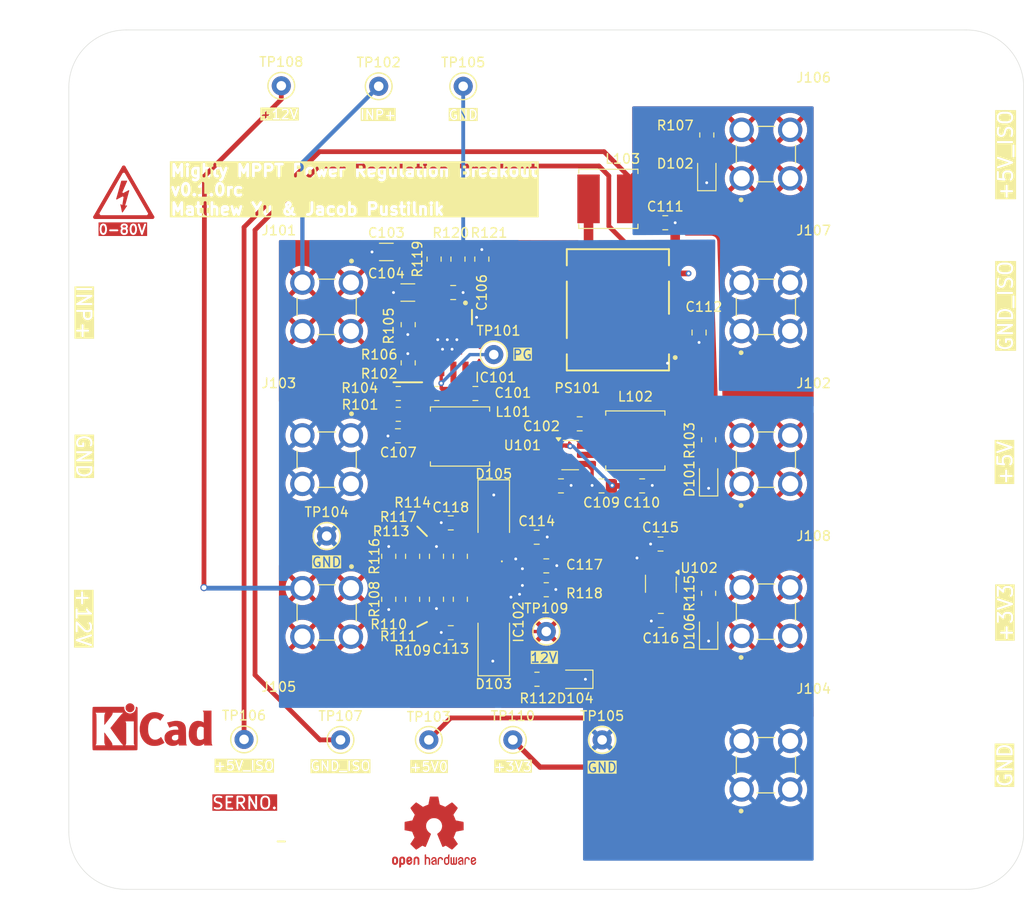
<source format=kicad_pcb>
(kicad_pcb (version 20240108) (generator "pcbnew") (generator_version "8.0")
  (title_block (comment 1 "Matthew Yu & Jacob Pustilnik"))
  (layers (0 "F.Cu" signal) (31 "B.Cu" signal) (34 "B.Paste" user) (35 "F.Paste" user) (36 "B.SilkS" user "B.Silkscreen") (37 "F.SilkS" user "F.Silkscreen") (38 "B.Mask" user) (39 "F.Mask" user) (44 "Edge.Cuts" user))
  (net 0 "")
  (net 1 "/SW_VINto12")
  (net 2 "/BOOT_VINto12")
  (net 3 "Net-(U101-BST)")
  (net 4 "/EN_VINto12")
  (net 5 "+12P")
  (net 6 "/RT{slash}Sync")
  (net 7 "GND")
  (net 8 "+12V")
  (net 9 "+5V")
  (net 10 "GND1")
  (net 11 "+5VP")
  (net 12 "+3V3")
  (net 13 "/PG")
  (net 14 "/FB_VINto12")
  (net 15 "/SW_12to5")
  (net 17 "/SS")
  (net 19 "+12L")
  (net 20 "/12to5LED")
  (net 21 "/OV2")
  (net 22 "/5VISO_LED")
  (net 23 "/12MUXLED")
  (net 24 "/OV1")
  (net 25 "/5to3V3LED")
  (net 26 "/CP2")
  (net 27 "/PR1")
  (net 28 "/ILIM")
  (net 29 "/5VISO_RAW")
  (net 30 "/+V_ARR")
  (net 31 "/FB_inner")
  (net 32 "/EN_inner")
  (footprint "Capacitor_SMD:C_0805_2012Metric_Pad1.18x1.45mm_HandSolder" (layer "F.Cu") (at 81.5375 77.75)
    (property "Reference" "C108" (hide yes))
    (property "Value" "10u")
  )
  (footprint "footprints:ti_LMR38010_SDDAR" (layer "F.Cu") (at 69.635 62.788 -90)
    (property "Reference" "IC101")
    (property "Value" "LMR38010SDDAR" (hide yes))
  )
  (footprint "Inductor_SMD:L_Bourns_SRN6045TA" (layer "F.Cu") (at 86.5 47.69)
    (property "Reference" "L103")
    (property "Value" "47u")
  )
  (footprint "Resistor_SMD:R_1206_3216Metric_Pad1.30x1.75mm_HandSolder" (layer "F.Cu") (at 65.5 57.5 180)
    (property "Reference" "C104")
    (property "Value" "2.2u")
  )
  (footprint "Capacitor_SMD:C_0805_2012Metric_Pad1.18x1.45mm_HandSolder" (layer "F.Cu") (at 72.5775 68.076)
    (property "Reference" "C101")
    (property "Value" "100n")
  )
  (footprint "LED_SMD:LED_0805_2012Metric_Pad1.15x1.40mm_HandSolder" (layer "F.Cu") (at 83.025 98 180)
    (property "Reference" "D104")
    (property "Value" "RED")
  )
  (footprint "MountingHole:MountingHole_5.3mm_M5" (layer "F.Cu") (at 80 36)
    (property "Reference" "H103" (hide yes))
    (property "Value" "MountingHole")
  )
  (footprint "Resistor_SMD:R_1206_3216Metric_Pad1.30x1.75mm_HandSolder" (layer "F.Cu") (at 63.25 53.25 180)
    (property "Reference" "C103")
    (property "Value" "2.2u")
  )
  (footprint "footprints:murata_CRE1_S0505MEC" (layer "F.Cu") (at 87.5 59.31 90)
    (property "Reference" "PS101")
    (property "Value" "CRE1S0505MEC" (hide yes))
  )
  (footprint "Diode_SMD:D_SMA" (layer "F.Cu") (at 74.5 80.625 -90)
    (property "Reference" "D105")
    (property "Value" "SMAJ15CA")
  )
  (footprint "LED_SMD:LED_0805_2012Metric_Pad1.15x1.40mm_HandSolder" (layer "F.Cu") (at 96.81 44.975 90)
    (property "Reference" "D102")
    (property "Value" "RED")
  )
  (footprint "Capacitor_SMD:C_0805_2012Metric_Pad1.18x1.45mm_HandSolder" (layer "F.Cu") (at 70 81.625 180)
    (property "Reference" "C118")
    (property "Value" "1u")
  )
  (footprint "footprints:caltest_ct3151" (layer "F.Cu") (at 103 90.92 90)
    (property "Reference" "J108")
    (property "Value" "CT3151")
  )
  (footprint "TestPoint:TestPoint_Keystone_5000-5004_Miniature" (layer "F.Cu") (at 74.5 64 90)
    (property "Reference" "TP101")
    (property "Value" "TestPoint")
  )
  (footprint "Resistor_SMD:R_0805_2012Metric_Pad1.20x1.40mm_HandSolder" (layer "F.Cu") (at 68.5 89.625 -90)
    (property "Reference" "R111")
    (property "Value" "17.4k")
  )
  (footprint "TestPoint:TestPoint_Keystone_5000-5004_Miniature" (layer "F.Cu") (at 52.25 35.85)
    (property "Reference" "TP108")
    (property "Value" "TestPoint")
  )
  (footprint "footprints:caltest_ct3151" (layer "F.Cu") (at 57 75 -90)
    (property "Reference" "J103")
    (property "Value" "CT3151")
  )
  (footprint "Resistor_SMD:R_0805_2012Metric_Pad1.20x1.40mm_HandSolder" (layer "F.Cu") (at 65.54 60.864 -90)
    (property "Reference" "R105")
    (property "Value" "64.9k")
  )
  (footprint "Resistor_SMD:R_0805_2012Metric_Pad1.20x1.40mm_HandSolder" (layer "F.Cu") (at 79.025 98)
    (property "Reference" "R112")
    (property "Value" "3.3k")
  )
  (footprint "Resistor_SMD:R_0805_2012Metric_Pad1.20x1.40mm_HandSolder" (layer "F.Cu") (at 65.54 64.864 90)
    (property "Reference" "R106")
    (property "Value" "10k")
  )
  (footprint "TestPoint:TestPoint_Keystone_5000-5004_Miniature" (layer "F.Cu") (at 48.35 104.3)
    (property "Reference" "TP106")
    (property "Value" "TestPoint")
  )
  (footprint "Capacitor_SMD:C_0805_2012Metric_Pad1.18x1.45mm_HandSolder" (layer "F.Cu") (at 85.7875 77.75 180)
    (property "Reference" "C109")
    (property "Value" "22u")
  )
  (footprint "Capacitor_SMD:C_0805_2012Metric_Pad1.18x1.45mm_HandSolder" (layer "F.Cu") (at 83.5 71.25)
    (property "Reference" "C102")
    (property "Value" "100n")
  )
  (footprint "MountingHole:MountingHole_5.3mm_M5" (layer "F.Cu") (at 36 36)
    (property "Reference" "H101" (hide yes))
    (property "Value" "MountingHole")
  )
  (footprint "Resistor_SMD:R_0805_2012Metric_Pad1.20x1.40mm_HandSolder" (layer "F.Cu") (at 64.5 68.076)
    (property "Reference" "R104")
    (property "Value" "10k")
  )
  (footprint "Capacitor_SMD:C_0805_2012Metric_Pad1.18x1.45mm_HandSolder" (layer "F.Cu") (at 92 91.84 180)
    (property "Reference" "C116")
    (property "Value" "1u")
  )
  (footprint "footprints:caltest_ct3151" (layer "F.Cu") (at 103 75 90)
    (property "Reference" "J102")
    (property "Value" "CT3151")
  )
  (footprint "TestPoint:TestPoint_Keystone_5000-5004_Miniature" (layer "F.Cu") (at 71.3 35.9)
    (property "Reference" "TP105")
    (property "Value" "TestPoint")
  )
  (footprint "TestPoint:TestPoint_Keystone_5000-5004_Miniature" (layer "F.Cu") (at 62.45 35.9 180)
    (property "Reference" "TP102")
    (property "Value" "TestPoint")
  )
  (footprint "Inductor_SMD:L_Bourns_SRN6045TA" (layer "F.Cu") (at 70.965 72.576 180)
    (property "Reference" "L101")
    (property "Value" "68u")
  )
  (footprint "TestPoint:TestPoint_Keystone_5000-5004_Miniature" (layer "F.Cu") (at 67.7 104.35 180)
    (property "Reference" "TP103")
    (property "Value" "TestPoint")
  )
  (footprint "Resistor_SMD:R_0805_2012Metric_Pad1.20x1.40mm_HandSolder" (layer "F.Cu") (at 68.5 85.125 90)
    (property "Reference" "R117")
    (property "Value" "14k")
  )
  (footprint "footprints:caltest_ct3151" (layer "F.Cu") (at 103 107 90)
    (property "Reference" "J104")
    (property "Value" "CT3151")
  )
  (footprint "TestPoint:TestPoint_Keystone_5000-5004_Miniature" (layer "F.Cu") (at 58.45 104.35 180)
    (property "Reference" "TP107")
    (property "Value" "TestPoint")
  )
  (footprint "LED_SMD:LED_0805_2012Metric_Pad1.15x1.40mm_HandSolder" (layer "F.Cu") (at 97 76.945 90)
    (property "Reference" "D101")
    (property "Value" "RED")
  )
  (footprint "Symbol:KiCad-Logo_5mm_Copper" (layer "F.Cu") (at 38.75 103.5)
    (property "Reference" "REF**" (hide yes))
    (property "Value" "KiCad-Logo_5mm_Copper" (hide yes))
  )
  (footprint "Package_TO_SOT_SMD:TSOT-23-6_HandSoldering" (layer "F.Cu") (at 82.5 74.5)
    (property "Reference" "U101")
    (property "Value" "AP63205WU")
  )
  (footprint "footprints:caltest_ct3151" (layer "F.Cu") (at 57 59 -90)
    (property "Reference" "J101")
    (property "Value" "CT3151")
  )
  (footprint "Resistor_SMD:R_0805_2012Metric_Pad1.20x1.40mm_HandSolder" (layer "F.Cu") (at 73.25 54 90)
    (property "Reference" "R121")
    (property "Value" "10k")
  )
  (footprint "TestPoint:TestPoint_Keystone_5000-5004_Miniature" (layer "F.Cu") (at 76.5 104.35)
    (property "Reference" "TP110")
    (property "Value" "TestPoint")
  )
  (footprint "Capacitor_SMD:C_0805_2012Metric_Pad1.18x1.45mm_HandSolder" (layer "F.Cu") (at 70.25 57.5)
    (property "Reference" "C106")
    (property "Value" "100n")
  )
  (footprint "Resistor_SMD:R_0805_2012Metric_Pad1.20x1.40mm_HandSolder" (layer "F.Cu") (at 71 85.125 -90)
    (property "Reference" "R114")
    (property "Value" "100k")
  )
  (footprint "Capacitor_SMD:C_0805_2012Metric_Pad1.18x1.45mm_HandSolder" (layer "F.Cu") (at 96 61.69 -90)
    (property "Reference" "C112")
    (property "Value" "22u")
  )
  (footprint "Resistor_SMD:R_0805_2012Metric_Pad1.20x1.40mm_HandSolder" (layer "F.Cu") (at 71 89.625 90)
    (property "Reference" "R109")
    (property "Value" "100k")
  )
  (footprint "Capacitor_SMD:C_0805_2012Metric_Pad1.18x1.45mm_HandSolder" (layer "F.Cu") (at 91.9625 83.84 180)
    (property "Reference" "C115")
    (property "Value" "1u")
  )
  (footprint "Resistor_SMD:R_0805_2012Metric_Pad1.20x1.40mm_HandSolder" (layer "F.Cu") (at 63.5 85.125 90)
    (property "Reference" "R116")
    (property "Value" "7.68k")
  )
  (footprint "Resistor_SMD:R_0805_2012Metric_Pad1.20x1.40mm_HandSolder" (layer "F.Cu") (at 68.25 54 -90)
    (property "Reference" "R119")
    (property "Value" "100k")
  )
  (footprint "footprints:caltest_ct3151" (layer "F.Cu") (at 103 43 90)
    (property "Reference" "J106")
    (property "Value" "CT3151")
  )
  (footprint "Capacitor_SMD:C_0805_2012Metric_Pad1.18x1.45mm_HandSolder" (layer "F.Cu") (at 70 93.125 180)
    (property "Reference" "C113")
    (property "Value" "1u")
  )
  (footprint "TestPoint:TestPoint_Keystone_5000-5004_Miniature" (layer "F.Cu") (at 80 93 180)
    (property "Reference" "TP109")
    (property "Value" "TestPoint")
  )
  (footprint "Capacitor_SMD:C_0805_2012Metric_Pad1.18x1.45mm_HandSolder" (layer "F.Cu") (at 79 83.125)
    (property "Reference" "C114")
    (property "Value" "22u")
  )
  (footprint "Resistor_SMD:R_0805_2012Metric_Pad1.20x1.40mm_HandSolder" (layer "F.Cu") (at 66 89.625 90)
    (property "Reference" "R108")
    (property "Value" "100k")
  )
  (footprint "footprints:caltest_ct3151" (layer "F.Cu") (at 57 91 -90)
    (property "Reference" "J105")
    (property "Value" "CT3151")
  )
  (footprint "Capacitor_SMD:C_0805_2012Metric_Pad1.18x1.45mm_HandSolder" (layer "F.Cu") (at 90.0375 77.75)
    (property "Reference" "C110")
    (property "Value" "22u")
  )
  (footprint "Capacitor_SMD:C_0805_2012Metric_Pad1.18x1.45mm_HandSolder" (layer "F.Cu") (at 64.4625 72.5 180)
    (property "Reference" "C107")
    (property "Value" "22u")
  )
  (footprint "TestPoint:TestPoint_Keystone_5000-5004_Miniature" (layer "F.Cu") (at 57 83 180)
    (property "Reference" "TP104")
    (property "Value" "TestPoint")
  )
  (footprint "footprints:ti_TPS2121_RUXR" (layer "F.Cu") (at 75 87.3 -90)
    (property "Reference" "IC102")
    (property "Value" "TPS2121" (hide yes))
  )
  (footprint "Diode_SMD:D_SMA" (layer "F.Cu") (at 74.5 94.125 90)
    (property "Reference" "D103")
    (property "Value" "SMAJ15CA")
  )
  (footprint "Package_TO_SOT_SMD:SOT-23-5_HandSoldering" (layer "F.Cu") (at 92 88 -90)
    (property "Reference" "U102")
    (property "Value" "TLV75733PDBV")
  )
  (footprint "Resistor_SMD:R_0805_2012Metric_Pad1.20x1.40mm_HandSolder" (layer "F.Cu") (at 70.75 54 -90)
    (property "Reference" "R120")
    (property "Value" "10k")
  )
  (footprint "MountingHole:MountingHole_5.3mm_M5" (layer "F.Cu") (at 36 114)
    (property "Reference" "H102" (hide yes))
    (property "Value" "MountingHole")
  )
  (footprint "Inductor_SMD:L_Bourns_SRN6045TA" (layer "F.Cu") (at 89.325 73)
    (property "Reference" "L102")
    (property "Value" "4.7u")
  )
  (footprint "LED_SMD:LED_0805_2012Metric_Pad1.15x1.40mm_HandSolder" (layer "F.Cu") (at 97 93 90)
    (property "Reference" "D106")
    (property "Value" "RED")
  )
  (footprint "Resistor_SMD:R_0805_2012Metric_Pad1.20x1.40mm_HandSolder" (layer "F.Cu") (at 63.5 89.625 -90)
    (property "Reference" "R110")
    (property "Value" "7.68k")
  )
  (footprint "Resistor_SMD:R_0805_2012Metric_Pad1.20x1.40mm_HandSolder" (layer "F.Cu") (at 68.54 68.076)
    (property "Reference" "R102")
    (property "Value" "100k")
  )
  (footprint "Resistor_SMD:R_0805_2012Metric_Pad1.20x1.40mm_HandSolder" (layer "F.Cu") (at 80 88.625)
    (property "Reference" "R118")
    (property "Value" "64.9k")
  )
  (footprint "Resistor_SMD:R_0805_2012Metric_Pad1.20x1.40mm_HandSolder" (layer "F.Cu") (at 97 89 -90)
    (property "Reference" "R115")
    (property "Value" "3.3k")
  )
  (footprint "Resistor_SMD:R_0805_2012Metric_Pad1.20x1.40mm_HandSolder" (layer "F.Cu") (at 66 85.125 -90)
    (property "Reference" "R113")
    (property "Value" "100k")
  )
  (footprint "Symbol:Symbol_HighVoltage_Triangle_6x6mm_Copper" (layer "F.Cu") (at 35.75 47)
    (property "Reference" "REF**" (hide yes))
    (property "Value" "Symbol_HighVoltage_Triangle_6x6mm_Copper" (hide yes))
  )
  (footprint "MountingHole:MountingHole_5.3mm_M5" (layer "F.Cu") (at 80 114)
    (property "Reference" "H104" (hide yes))
    (property "Value" "MountingHole")
  )
  (footprint "footprints:caltest_ct3151" (layer "F.Cu") (at 103 59 90)
    (property "Reference" "J107")
    (property "Value" "CT3151")
  )
  (footprint "Resistor_SMD:R_0805_2012Metric_Pad1.20x1.40mm_HandSolder" (layer "F.Cu") (at 64.5 70.25 180)
    (property "Reference" "R101")
    (property "Value" "100k")
  )
  (footprint "TestPoint:TestPoint_Keystone_5000-5004_Miniature" (layer "F.Cu") (at 85.85 104.35)
    (property "Reference" "TP105")
    (property "Value" "TestPoint")
  )
  (footprint "Resistor_SMD:R_0805_2012Metric_Pad1.20x1.40mm_HandSolder" (layer "F.Cu") (at 96.81 41 -90)
    (property "Reference" "R107")
    (property "Value" "3.3k")
  )
  (footprint "Resistor_SMD:R_0805_2012Metric_Pad1.20x1.40mm_HandSolder" (layer "F.Cu") (at 97 72.92 -90)
    (property "Reference" "R103")
    (property "Value" "3.3k")
  )
  (footprint "Capacitor_SMD:C_0805_2012Metric_Pad1.18x1.45mm_HandSolder" (layer "F.Cu") (at 80 86.125)
    (property "Reference" "C117")
    (property "Value" "1u")
  )
  (footprint "Symbol:OSHW-Logo2_9.8x8mm_Copper" (layer "F.Cu") (at 68.25 114)
    (property "Reference" "REF**" (hide yes))
    (property "Value" "OSHW-Logo2_9.8x8mm_Copper" (hide yes))
  )
  (footprint "Capacitor_SMD:C_0805_2012Metric_Pad1.18x1.45mm_HandSolder" (layer "F.Cu") (at 92.4625 50.19)
    (property "Reference" "C111")
    (property "Value" "4.7u")
  )
  (gr_line (start 66.5 82) (end 67.5 83) (stroke (width 0.2)) (layer "F.SilkS"))
  (gr_line (start 66.5 92.5) (end 67.5 92) (stroke (width 0.2)) (layer "F.SilkS"))
  (gr_line (start 64 66.9) (end 67 66.9) (stroke (width 0.2)) (layer "F.SilkS"))
  (gr_arc (start 36 120) (mid 31.757359 118.242641) (end 30 114) (stroke (width 0.05)) (layer "Edge.Cuts"))
  (gr_line (start 36 120) (end 124 120) (stroke (width 0.05)) (layer "Edge.Cuts"))
  (gr_arc (start 130 114) (mid 128.242641 118.242641) (end 124 120) (stroke (width 0.05)) (layer "Edge.Cuts"))
  (gr_arc (start 30 36) (mid 31.757359 31.757359) (end 36 30) (stroke (width 0.05)) (layer "Edge.Cuts"))
  (gr_line (start 36 30) (end 124 30) (stroke (width 0.05)) (layer "Edge.Cuts"))
  (gr_line (start 30 36) (end 30 114) (stroke (width 0.05)) (layer "Edge.Cuts"))
  (gr_arc (start 124 30) (mid 128.242641 31.757359) (end 130 36) (stroke (width 0.05)) (layer "Edge.Cuts"))
  (gr_line (start 130 114) (end 130 36) (stroke (width 0.05)) (layer "Edge.Cuts"))
  (gr_text "0-80V" (at 33 51.5 0) (layer "F.Cu" knockout) (effects (font (size 1 1) (thickness 0.2) (bold yes)) (justify left bottom)))
  (gr_text "SERNO." (at 44.9 111.7 0) (layer "F.Cu" knockout) (effects (font (size 1.25 1.25) (thickness 0.2) (bold yes)) (justify left bottom)))
  (gr_text "GND_ISO" (at 58.45 107.1 0) (layer "F.SilkS" knockout) (effects (font (size 1 1) (thickness 0.15) (bold yes))))
  (gr_text "INP+" (at 62.4 38.9 0) (layer "F.SilkS" knockout) (effects (font (size 1 1) (thickness 0.15) (bold yes))))
  (gr_text "GND_ISO" (at 128.1 58.9 90) (layer "F.SilkS" knockout) (effects (font (size 1.5 1.5) (thickness 0.22))))
  (gr_text "+12V" (at 52 38.85 0) (layer "F.SilkS" knockout) (effects (font (size 1 1) (thickness 0.15) (bold yes))))
  (gr_text "12V" (at 79.75 95.75 0) (layer "F.SilkS" knockout) (effects (font (size 1 1) (thickness 0.15) (bold yes))))
  (gr_text "Mighty MPPT Power Regulation Breakout \nv0.1.0rc\nMatthew Yu & Jacob Pustilnik" (at 40.5 46.75 0) (layer "F.SilkS" knockout) (effects (font (size 1.25 1.25) (thickness 0.3) (bold yes)) (justify left)))
  (gr_text "PG" (at 77.5 64 0) (layer "F.SilkS" knockout) (effects (font (size 1 1) (thickness 0.15) (bold yes))))
  (gr_text "+5V" (at 128.05 75.35 90) (layer "F.SilkS" knockout) (effects (font (size 1.5 1.5) (thickness 0.22))))
  (gr_text "+3V3" (at 76.5 107.15 0) (layer "F.SilkS" knockout) (effects (font (size 1 1) (thickness 0.15) (bold yes))))
  (gr_text "GND" (at 128.05 107 90) (layer "F.SilkS" knockout) (effects (font (size 1.5 1.5) (thickness 0.22))))
  (gr_text "GND" (at 57 85.75 0) (layer "F.SilkS" knockout) (effects (font (size 1 1) (thickness 0.15) (bold yes))))
  (gr_text "+5V_ISO" (at 48.35 107.05 0) (layer "F.SilkS" knockout) (effects (font (size 1 1) (thickness 0.15) (bold yes))))
  (gr_text "+12V" (at 31.5 91.55 270) (layer "F.SilkS" knockout) (effects (font (size 1.5 1.5) (thickness 0.22))))
  (gr_text "GND" (at 85.85 107.25 0) (layer "F.SilkS" knockout) (effects (font (size 1 1) (thickness 0.15) (bold yes))))
  (gr_text "-" (at 51.5 115.5 0) (layer "F.SilkS") (effects (font (size 1 1) (thickness 0.2) (bold yes)) (justify left bottom)))
  (gr_text "+3V3" (at 128.1 91.05 90) (layer "F.SilkS" knockout) (effects (font (size 1.5 1.5) (thickness 0.22))))
  (gr_text "INP+" (at 31.55 59.6 270) (layer "F.SilkS" knockout) (effects (font (size 1.5 1.5) (thickness 0.22))))
  (gr_text "GND" (at 71.3 38.9 0) (layer "F.SilkS" knockout) (effects (font (size 1 1) (thickness 0.15) (bold yes))))
  (gr_text "+5V0" (at 67.7 107.18 0) (layer "F.SilkS" knockout) (effects (font (size 1 1) (thickness 0.15) (bold yes))))
  (gr_text "+5V_ISO" (at 128.1 43.1 90) (layer "F.SilkS" knockout) (effects (font (size 1.5 1.5) (thickness 0.22))))
  (gr_text "GND" (at 31.55 74.65 270) (layer "F.SilkS" knockout) (effects (font (size 1.5 1.5) (thickness 0.22))))
  (segment (start 71.54 65.5) (end 71.54 66.001) (width 0.6) (layer "F.Cu") (net 1))
  (segment (start 71.54 66.001) (end 73.615 68.076) (width 0.6) (layer "F.Cu") (net 1))
  (segment (start 73.615 72.001) (end 73.04 72.576) (width 0.6) (layer "F.Cu") (net 1))
  (segment (start 73.615 68.076) (end 73.615 72.001) (width 0.6) (layer "F.Cu") (net 1))
  (segment (start 70.27 66.806) (end 71.54 68.076) (width 0.6) (layer "F.Cu") (net 2))
  (segment (start 70.27 65.5) (end 70.27 66.806) (width 0.6) (layer "F.Cu") (net 2))
  (segment (start 82.4625 71.9625) (end 82.4625 71.25) (width 0.6) (layer "F.Cu") (net 3))
  (segment (start 84.05 73.55) (end 82.4625 71.9625) (width 0.6) (layer "F.Cu") (net 3))
  (segment (start 84.21 73.55) (end 84.05 73.55) (width 0.6) (layer "F.Cu") (net 3))
  (segment (start 70.25 55) (end 70.25 60.056) (width 0.35) (layer "F.Cu") (net 4))
  (segment (start 70.77 55.02) (end 70.75 55) (width 0.2) (layer "F.Cu") (net 4))
  (segment (start 70.25 60.056) (end 70.27 60.076) (width 0.35) (layer "F.Cu") (net 4))
  (segment (start 73.25 55) (end 70.75 55) (width 0.35) (layer "F.Cu") (net 4))
  (segment (start 66 84.125) (end 66 84.1) (width 0.35) (layer "F.Cu") (net 5))
  (segment (start 71 81.6625) (end 71.0375 81.625) (width 0.35) (layer "F.Cu") (net 5))
  (segment (start 68.89 72.576) (end 68.89 69.426) (width 0.35) (layer "F.Cu") (net 5))
  (segment (start 66 84.1) (end 64.7 82.8) (width 0.35) (layer "F.Cu") (net 5))
  (segment (start 71 84.125) (end 71 81.6625) (width 0.35) (layer "F.Cu") (net 5))
  (segment (start 66.175 84.125) (end 67.4 82.9) (width 0.35) (layer "F.Cu") (net 5))
  (segment (start 74.65 82.775) (end 74.5 82.625) (width 0.4) (layer "F.Cu") (net 5))
  (segment (start 68.89 69.426) (end 67.54 68.076) (width 0.35) (layer "F.Cu") (net 5))
  (segment (start 74.65 86.625) (end 74.65 82.775) (width 0.4) (layer "F.Cu") (net 5))
  (segment (start 65.752 60.076) (end 65.54 59.864) (width 0.35) (layer "F.Cu") (net 6))
  (segment (start 67.73 60.076) (end 65.752 60.076) (width 0.35) (layer "F.Cu") (net 6))
  (segment (start 80.075 83.125) (end 80.1 83.1) (width 0.35) (layer "F.Cu") (net 7))
  (segment (start 92.675 64.875) (end 92.7 64.9) (width 0.6) (layer "F.Cu") (net 7))
  (segment (start 92.675 63.12) (end 92.675 64.875) (width 0.6) (layer "F.Cu") (net 7))
  (segment (start 91.075 77.75) (end 91.075 77.725) (width 0.6) (layer "F.Cu") (net 7))
  (segment (start 81 88.625) (end 81 88.6) (width 0.35) (layer "F.Cu") (net 7))
  (segment (start 76.15 86.05) (end 76.8 85.4) (width 0.35) (layer "F.Cu") (net 7))
  (segment (start 97 77.97) (end 97 78) (width 0.6) (layer "F.Cu") (net 7))
  (segment (start 84.05 98) (end 84.1 98) (width 0.35) (layer "F.Cu") (net 7))
  (segment (start 76.15 86.55) (end 77.375 86.55) (width 0.35) (layer "F.Cu") (net 7))
  (segment (start 71.54 61.533) (end 70.635 62.438) (width 0.35) (layer "F.Cu") (net 7))
  (segment (start 74.5 96.125) (end 74.425 96.125) (width 0.35) (layer "F.Cu") (net 7))
  (segment (start 68.5 84.125) (end 68.5 84.1) (width 0.35) (layer "F.Cu") (net 7))
  (segment (start 92 84.915) (end 90.925 83.84) (width 0.6) (layer "F.Cu") (net 7))
  (segment (start 81.075 86.125) (end 81.1 86.1) (width 0.35) (layer "F.Cu") (net 7))
  (segment (start 95.6075 63.12) (end 96 62.7275) (width 1) (layer "F.Cu") (net 7))
  (segment (start 76.15 88.05) (end 77.375 88.05) (width 0.35) (layer "F.Cu") (net 7))
  (segment (start 90.9625 91.84) (end 90.9625 91.8625) (width 0.35) (layer "F.Cu") (net 7))
  (segment (start 81.0375 86.125) (end 81.075 86.125) (width 0.35) (layer "F.Cu") (net 7))
  (segment (start 74.5 78.625) (end 74.5 78.7) (width 0.35) (layer "F.Cu") (net 7))
  (segment (start 90.9625 91.8625) (end 91 91.9) (width 0.35) (layer "F.Cu") (net 7))
  (segment (start 84.8 77.7) (end 84.8 76.04) (width 0.35) (layer "F.Cu") (net 7))
  (segment (start 91.075 77.725) (end 91.1 77.7) (width 0.6) (layer "F.Cu") (net 7))
  (segment (start 71.3 57.5) (end 71.2875 57.5) (width 0.2) (layer "F.Cu") (net 7))
  (segment (start 74.425 96.125) (end 74.4 96.1) (width 0.35) (layer "F.Cu") (net 7))
  (segment (start 71.29 57.5025) (end 71.2875 57.5) (width 0.5) (layer "F.Cu") (net 7))
  (segment (start 68.9625 93.125) (end 68.975 93.125) (width 0.35) (layer "F.Cu") (net 7))
  (segment (start 76.15 89.25) (end 76.3 89.4) (width 0.35) (layer "F.Cu") (net 7))
  (segment (start 71.54 60.076) (end 71.54 57.5025) (width 0.5) (layer "F.Cu") (net 7))
  (segment (start 92.675 63.12) (end 95.6075 63.12) (width 1) (layer "F.Cu") (net 7))
  (segment (start 63.5 90.625) (end 63.5 90.7) (width 0.35) (layer "F.Cu") (net 7))
  (segment (start 71.54 60.076) (end 72.676 60.076) (width 0.35) (layer "F.Cu") (net 7))
  (segment (start 92 86.65) (end 92 85.3) (width 0.6) (layer "F.Cu") (net 7))
  (segment (start 68.975 93.125) (end 69 93.1) (width 0.35) (layer "F.Cu") (net 7))
  (segment (start 92 85.3) (end 92 84.915) (width 0.6) (layer "F.Cu") (net 7))
  (segment (start 77.375 86.55) (end 77.5 86.425) (width 0.35) (layer "F.Cu") (net 7))
  (segment (start 80.0375 83.125) (end 80.075 83.125) (width 0.35) (layer "F.Cu") (net 7))
  (segment (start 72.676 60.076) (end 72.7 60.1) (width 0.35) (layer "F.Cu") (net 7))
  (segment (start 97 94.025) (end 97 94) (width 0.35) (layer "F.Cu") (net 7))
  (segment (start 63.5 84.125) (end 63.5 84.1) (width 0.35) (layer "F.Cu") (net 7))
  (segment (start 68.975 81.625) (end 69 81.6) (width 0.35) (layer "F.Cu") (net 7))
  (segment (start 71.54 60.076) (end 71.54 61.533) (width 0.35) (layer "F.Cu") (net 7))
  (segment (start 77.375 88.05) (end 77.5 88.175) (width 0.35) (layer "F.Cu") (net 7))
  (segment (start 92 85.3) (end 89.5 85.3) (width 0.35) (layer "F.Cu") (net 7))
  (segment (start 84.8 76.04) (end 84.21 75.45) (width 0.35) (layer "F.Cu") (net 7))
  (segment (start 76.15 86.55) (end 76.15 86.05) (width 0.35) (layer "F.Cu") (net 7))
  (segment (start 68.9625 81.625) (end 68.975 81.625) (width 0.35) (layer "F.Cu") (net 7))
  (segment (start 76.15 88.05) (end 77.2 89.1) (width 0.35) (layer "F.Cu") (net 7))
  (segment (start 76.15 88.05) (end 76.15 89.25) (width 0.35) (layer "F.Cu") (net 7))
  (segment (start 68.5 90.625) (end 68.5 90.6) (width 0.35) (layer "F.Cu") (net 7))
  (via (at 63.5 90.7) (size 0.6) (drill 0.3) (layers "F.Cu" "B.Cu") (net 7))
  (via (at 64 57.5) (size 0.6) (drill 0.3) (layers "F.Cu" "B.Cu") (net 7))
  (via (at 72.7 60.1) (size 0.6) (drill 0.3) (layers "F.Cu" "B.Cu") (net 7))
  (via (at 71.2875 57.5) (size 0.6) (drill 0.3) (layers "F.Cu" "B.Cu") (net 7))
  (via (at 84.1 98) (size 0.6) (drill 0.3) (layers "F.Cu" "B.Cu") (net 7))
  (via (at 82.6 77.7) (size 0.6) (drill 0.3) (layers "F.Cu" "B.Cu") (net 7))
  (via (at 84.8 77.7) (size 0.6) (drill 0.3) (layers "F.Cu" "B.Cu") (net 7))
  (via (at 74.4 96.1) (size 0.6) (drill 0.3) (layers "F.Cu" "B.Cu") (net 7))
  (via (at 91 91.9) (size 0.6) (drill 0.3) (layers "F.Cu" "B.Cu") (net 7))
  (via (at 73.25 53) (size 0.6) (drill 0.3) (layers "F.Cu" "B.Cu") (net 7))
  (via (at 90.925 83.84) (size 0.6) (drill 0.3) (layers "F.Cu" "B.Cu") (net 7))
  (via (at 97 94) (size 0.6) (drill 0.3) (layers "F.Cu" "B.Cu") (net 7))
  (via (at 91.1 77.7) (size 0.6) (drill 0.3) (layers "F.Cu" "B.Cu") (net 7))
  (via (at 77.2 89.1) (size 0.6) (drill 0.3) (layers "F.Cu" "B.Cu") (net 7))
  (via (at 61.75 53.25) (size 0.6) (drill 0.3) (layers "F.Cu" "B.Cu") (net 7))
  (via (at 70.635 62.438) (size 0.6) (drill 0.3) (layers "F.Cu" "B.Cu") (net 7))
  (via (at 68.5 84.1) (size 0.6) (drill 0.3) (layers "F.Cu" "B.Cu") (net 7))
  (via (at 76.8 85.4) (size 0.6) (drill 0.3) (layers "F.Cu" "B.Cu") (net 7))
  (via (at 80.1 83.1) (size 0.6) (drill 0.3) (layers "F.Cu" "B.Cu") (net 7))
  (via (at 92.7 64.9) (size 0.6) (drill 0.3) (layers "F.Cu" "B.Cu") (net 7))
  (via (at 68.5 90.6) (size 0.6) (drill 0.3) (layers "F.Cu" "B.Cu") (net 7))
  (via (at 96 62.7275) (size 0.6) (drill 0.3) (layers "F.Cu" "B.Cu") (net 7))
  (via (at 77.5 86.425) (size 0.6) (drill 0.3) (layers "F.Cu" "B.Cu") (net 7))
  (via (at 77.5 88.175) (size 0.6) (drill 0.3) (layers "F.Cu" "B.Cu") (net 7))
  (via (at 63.4225 72.524) (size 0.6) (drill 0.3) (layers "F.Cu" "B.Cu") (net 7))
  (via (at 89.5 85.3) (size 0.6) (drill 0.3) (layers "F.Cu" "B.Cu") (net 7))
  (via (at 63.5 84.1) (size 0.6) (drill 0.3) (layers "F.Cu" "B.Cu") (net 7))
  (via (at 74.5 78.7) (size 0.6) (drill 0.3) (layers "F.Cu" "B.Cu") (net 7))
  (via (at 69.135 63.438) (size 0.6) (drill 0.3) (layers "F.Cu" "B.Cu") (net 7))
  (via (at 81.1 86.1) (size 0.6) (drill 0.3) (layers "F.Cu" "B.Cu") (net 7))
  (via (at 69 93.1) (size 0.6) (drill 0.3) (layers "F.Cu" "B.Cu") (net 7))
  (via (at 70.135 63.438) (size 0.6) (drill 0.3) (layers "F.Cu" "B.Cu") (net 7))
  (via (at 65.5 61.9) (size 0.6) (drill 0.3) (layers "F.Cu" "B.Cu") (net 7))
  (via (at 69 81.6) (size 0.6) (drill 0.3) (layers "F.Cu" "B.Cu") (net 7))
  (via (at 97 78) (size 0.6) (drill 0.3) (layers "F.Cu" "B.Cu") (net 7))
  (via (at 65.5 63.9) (size 0.6) (drill 0.3) (layers "F.Cu" "B.Cu") (net 7))
  (via (at 68.635 62.438) (size 0.6) (drill 0.3) (layers "F.Cu" "B.Cu") (net 7))
  (via (at 81 88.6) (size 0.6) (drill 0.3) (layers "F.Cu" "B.Cu") (net 7))
  (via (at 69.635 62.438) (size 0.6) (drill 0.3) (layers "F.Cu" "B.Cu") (net 7))
  (via (at 76.3 89.4) (size 0.6) (drill 0.3) (layers "F.Cu" "B.Cu") (net 7))
  (segment (start 71.3 52.9) (end 71.35 52.95) (width 0.4) (layer "B.Cu") (net 7))
  (segment (start 71.3 36) (end 71.3 52.9) (width 0.4) (layer "B.Cu") (net 7))
  (segment (start 78.585787 93) (end 80 93) (width 0.35) (layer "F.Cu") (net 8))
  (segment (start 75.35 85.7375) (end 77.9625 83.125) (width 0.4) (layer "F.Cu") (net 8))
  (segment (start 75.35 87.975) (end 75.35 89.764213) (width 0.35) (layer "F.Cu") (net 8))
  (segment (start 75.35 87.975) (end 75.35 86.625) (width 0.4) (layer "F.Cu") (net 8))
  (segment (start 75.35 89.764213) (end 78.585787 93) (width 0.35) (layer "F.Cu") (net 8))
  (segment (start 75.35 86.625) (end 75.35 85.7375) (width 0.4) (layer "F.Cu") (net 8))
  (segment (start 86.825 77.75) (end 86.85 77.75) (width 0.35) (layer "F.Cu") (net 9))
  (segment (start 82.45 73.55) (end 82.5 73.6) (width 0.35) (layer "F.Cu") (net 9))
  (segment (start 92.7475 60.6525) (end 92.675 60.58) (width 1) (layer "F.Cu") (net 9))
  (segment (start 92.95 86.65) (end 92.95 83.89) (width 0.6) (layer "F.Cu") (net 9))
  (segment (start 88.55 83.7) (end 89.4 82.85) (width 0.5) (layer "F.Cu") (net 9))
  (segment (start 91.05 86.65) (end 91.05 87.429999) (width 0.6) (layer "F.Cu") (net 9))
  (segment (start 86.85 77.75) (end 86.9 77.7) (width 0.35) (layer "F.Cu") (net 9))
  (segment (start 92.449999 87.93) (end 92.95 87.429999) (width 0.6) (layer "F.Cu") (net 9))
  (segment (start 96 60.6525) (end 92.7475 60.6525) (width 1) (layer "F.Cu") (net 9))
  (segment (start 91.05 87.429999) (end 91.550001 87.93) (width 0.6) (layer "F.Cu") (net 9))
  (segment (start 70 102.05) (end 86.2 102.05) (width 0.5) (layer "F.Cu") (net 9))
  (segment (start 89 77.75) (end 86.825 77.75) (width 0.6) (layer "F.Cu") (net 9))
  (segment (start 88.55 99.7) (end 88.55 94.35) (width 0.5) (layer "F.Cu") (net 9))
  (segment (start 89.4 82.85) (end 89.4 82.8) (width 0.5) (layer "F.Cu") (net 9))
  (segment (start 92.95 83.89) (end 93 83.84) (width 0.6) (layer "F.Cu") (net 9))
  (segment (start 80.79 73.55) (end 82.45 73.55) (width 0.35) (layer "F.Cu") (net 9))
  (segment (start 91.550001 87.93) (end 92.449999 87.93) (width 0.6) (layer "F.Cu") (net 9))
  (segment (start 67.7 104.35) (end 70 102.05) (width 0.5) (layer "F.Cu") (net 9))
  (segment (start 86.2 102.05) (end 88.55 99.7) (width 0.5) (layer "F.Cu") (net 9))
  (segment (start 92.95 87.429999) (end 92.95 86.65) (width 0.6) (layer "F.Cu") (net 9))
  (segment (start 88.55 94.35) (end 88.55 83.7) (width 0.5) (layer "F.Cu") (net 9))
  (via (at 86.9 77.7) (size 0.6) (drill 0.3) (layers "F.Cu" "B.Cu") (net 9))
  (via (at 82.5 73.6) (size 0.6) (drill 0.3) (layers "F.Cu" "B.Cu") (net 9))
  (segment (start 82.8 73.6) (end 82.5 73.6) (width 0.35) (layer "B.Cu") (net 9))
  (segment (start 86.9 77.7) (end 82.8 73.6) (width 0.35) (layer "B.Cu") (net 9))
  (segment (start 85.52005 44.25) (end 86.55 45.27995) (width 0.5) (layer "F.Cu") (net 10))
  (segment (start 93.5 54.675) (end 92.675 55.5) (width 1) (layer "F.Cu") (net 10))
  (segment (start 91.5 55.5) (end 92.675 55.5) (width 0.5) (layer "F.Cu") (net 10))
  (segment (start 56.2 44.25) (end 85.52005 44.25) (width 0.5) (layer "F.Cu") (net 10))
  (segment (start 86.55 50.55) (end 91.5 55.5) (width 0.5) (layer "F.Cu") (net 10))
  (segment (start 93.5 50.19) (end 93.5 54.675) (width 1) (layer "F.Cu") (net 10))
  (segment (start 96.81 46) (end 96.8 46) (width 0.6) (layer "F.Cu") (net 10))
  (segment (start 92.675 55.5) (end 94.9 55.5) (width 0.6) (layer "F.Cu") (net 10))
  (segment (start 49.5 97.55) (end 49.5 50.95) (width 0.5) (layer "F.Cu") (net 10))
  (segment (start 56.3 104.35) (end 49.5 97.55) (width 0.5) (layer "F.Cu") (net 10))
  (segment (start 58.45 104.35) (end 56.3 104.35) (width 0.5) (layer "F.Cu") (net 10))
  (segment (start 49.5 50.95) (end 56.2 44.25) (width 0.5) (layer "F.Cu") (net 10))
  (segment (start 86.55 45.27995) (end 86.55 50.55) (width 0.5) (layer "F.Cu") (net 10))
  (via (at 96.8 46) (size 0.6) (drill 0.3) (layers "F.Cu" "B.Cu") (net 10))
  (via (at 94.9 55.5) (size 0.6) (drill 0.3) (layers "F.Cu" "B.Cu") (net 10))
  (via (at 93.5 50.19) (size 0.6) (drill 0.3) (layers "F.Cu" "B.Cu") (net 10))
  (segment (start 88.575 45.625) (end 90.2 44) (width 0.35) (layer "F.Cu") (net 11))
  (segment (start 56.25 42.75) (end 86.05 42.75) (width 0.5) (layer "F.Cu") (net 11))
  (segment (start 88.575 45.275) (end 88.575 47.69) (width 0.5) (layer "F.Cu") (net 11))
  (segment (start 91.425 50.19) (end 91.075 50.19) (width 1) (layer "F.Cu") (net 11))
  (segment (start 48.35 104.3) (end 48.35 50.65) (width 0.5) (layer "F.Cu") (net 11))
  (segment (start 48.35 50.65) (end 56.25 42.75) (width 0.5) (layer "F.Cu") (net 11))
  (segment (start 88.575 47.69) (end 88.575 45.625) (width 0.35) (layer "F.Cu") (net 11))
  (segment (start 86.05 42.75) (end 88.575 45.275) (width 0.5) (layer "F.Cu") (net 11))
  (segment (start 91.075 50.19) (end 88.575 47.69) (width 1) (layer "F.Cu") (net 11))
  (segment (start 85.9 107.2) (end 91.8 101.3) (width 0.55) (layer "F.Cu") (net 12))
  (segment (start 76.5 104.35) (end 79.35 107.2) (width 0.55) (layer "F.Cu") (net 12))
  (segment (start 79.35 107.2) (end 85.9 107.2) (width 0.55) (layer "F.Cu") (net 12))
  (segment (start 69 67.536) (end 69.54 68.076) (width 0.35) (layer "F.Cu") (net 13))
  (segment (start 69 65.5) (end 69 67) (width 0.35) (layer "F.Cu") (net 13))
  (segment (start 69 67) (end 69 67.536) (width 0.35) (layer "F.Cu") (net 13))
  (via (at 69 67) (size 0.6) (drill 0.3) (layers "F.Cu" "B.Cu") (net 13))
  (segment (start 75.07 64) (end 72 64) (width 0.35) (layer "B.Cu") (net 13))
  (segment (start 72 64) (end 69 67) (width 0.35) (layer "B.Cu") (net 13))
  (segment (start 65.54 65.864) (end 65.54 68.076) (width 0.35) (layer "F.Cu") (net 14))
  (segment (start 65.904 65.5) (end 65.54 65.864) (width 0.35) (layer "F.Cu") (net 14))
  (segment (start 67.73 65.5) (end 65.904 65.5) (width 0.35) (layer "F.Cu") (net 14))
  (segment (start 85.75 74.5) (end 87.25 73) (width 0.6) (layer "F.Cu") (net 15))
  (segment (start 84.5375 71.25) (end 85.5 71.25) (width 0.6) (layer "F.Cu") (net 15))
  (segment (start 84.21 74.5) (end 85.75 74.5) (width 0.6) (layer "F.Cu") (net 15))
  (segment (start 85.5 71.25) (end 87.25 73) (width 0.6) (layer "F.Cu") (net 15))
  (segment (start 76.15 87.05) (end 78.0375 87.05) (width 0.25) (layer "F.Cu") (net 17))
  (segment (start 78.0375 87.05) (end 78.9625 86.125) (width 0.25) (layer "F.Cu") (net 17))
  (segment (start 52.25 35.85) (end 52.25 37.264213) (width 0.5) (layer "F.Cu") (net 19))
  (segment (start 71 90.625) (end 71 93.0875) (width 0.35) (layer "F.Cu") (net 19))
  (segment (start 66 90.625) (end 66.225 90.625) (width 0.35) (layer "F.Cu") (net 19))
  (segment (start 66 90.625) (end 65.975 90.625) (width 0.35) (layer "F.Cu") (net 19))
  (segment (start 74.65 91.975) (end 74.5 92.125) (width 0.4) (layer "F.Cu") (net 19))
  (segment (start 74.65 87.975) (end 74.65 91.975) (width 0.4) (layer "F.Cu") (net 19))
  (segment (start 52.25 37.264213) (end 44.2 45.314213) (width 0.5) (layer "F.Cu") (net 19))
  (segment (start 65.975 90.625) (end 64.6 92) (width 0.35) (layer "F.Cu") (net 19))
  (segment (start 44.15 88.4) (end 44.2 88.4) (width 0.5) (layer "F.Cu") (net 19))
  (segment (start 44.2 45.314213) (end 44.15 88.4) (width 0.5) (layer "F.Cu") (net 19))
  (segment (start 66.225 90.625) (end 67.5 91.9) (width 0.35) (layer "F.Cu") (net 19))
  (segment (start 71 93.0875) (end 71.0375 93.125) (width 0.35) (layer "F.Cu") (net 19))
  (via (at 44.15 88.4) (size 0.75) (drill 0.5) (layers "F.Cu" "B.Cu") (net 19))
  (segment (start 44.21 88.46) (end 54.46 88.46) (width 0.5) (layer "B.Cu") (net 19))
  (segment (start 44.15 88.4) (end 44.21 88.46) (width 0.5) (layer "B.Cu") (net 19))
  (segment (start 97 73.92) (end 97 75.92) (width 0.35) (layer "F.Cu") (net 20))
  (segment (start 66.925 87.05) (end 66 86.125) (width 0.25) (layer "F.Cu") (net 21))
  (segment (start 73.85 87.05) (end 66.925 87.05) (width 0.25) (layer "F.Cu") (net 21))
  (segment (start 66 86.125) (end 63.5 86.125) (width 0.25) (layer "F.Cu") (net 21))
  (segment (start 96.81 43.95) (end 96.81 42) (width 0.35) (layer "F.Cu") (net 22))
  (segment (start 80.025 98) (end 82 98) (width 0.35) (layer "F.Cu") (net 23))
  (segment (start 66 88.625) (end 63.5 88.625) (width 0.25) (layer "F.Cu") (net 24))
  (segment (start 73.85 87.55) (end 67.075 87.55) (width 0.25) (layer "F.Cu") (net 24))
  (segment (start 67.075 87.55) (end 66 88.625) (width 0.25) (layer "F.Cu") (net 24))
  (segment (start 97 91.975) (end 97 90) (width 0.35) (layer "F.Cu") (net 25))
  (segment (start 71.425 86.55) (end 71 86.125) (width 0.25) (layer "F.Cu") (net 26))
  (segment (start 68.5 86.125) (end 71 86.125) (width 0.25) (layer "F.Cu") (net 26))
  (segment (start 73.85 86.55) (end 71.425 86.55) (width 0.25) (layer "F.Cu") (net 26))
  (segment (start 71.575 88.05) (end 71 88.625) (width 0.25) (layer "F.Cu") (net 27))
  (segment (start 68.5 88.625) (end 71 88.625) (width 0.25) (layer "F.Cu") (net 27))
  (segment (start 73.85 88.05) (end 71.575 88.05) (width 0.25) (layer "F.Cu") (net 27))
  (segment (start 77.925 87.55) (end 79 88.625) (width 0.25) (layer "F.Cu") (net 28))
  (segment (start 76.15 87.55) (end 77.925 87.55) (width 0.25) (layer "F.Cu") (net 28))
  (segment (start 84.425 47.69) (end 84.425 53.4) (width 1) (layer "F.Cu") (net 29))
  (segment (start 84.425 53.4) (end 82.325 55.5) (width 1) (layer "F.Cu") (net 29))
  (segment (start 69.2125 56.9625) (end 68.5 56.25) (width 0.35) (layer "F.Cu") (net 30))
  (segment (start 68.25 53) (end 67 54.25) (width 0.35) (layer "F.Cu") (net 30))
  (segment (start 69.2125 57.5) (end 69.2125 56.9625) (width 0.35) (layer "F.Cu") (net 30))
  (segment (start 69 60.076) (end 69 57.9625) (width 0.5) (layer "F.Cu") (net 30))
  (segment (start 54.46 43.89) (end 54.46 56.46) (width 0.45) (layer "B.Cu") (net 30))
  (segment (start 62.45 35.9) (end 54.46 43.89) (width 0.45) (layer "B.Cu") (net 30))
  (segment (start 63.54 70.076) (end 63.54 68.076) (width 0.35) (layer "F.Cu") (net 31))
  (segment (start 68.75 55) (end 70.75 53) (width 0.35) (layer "F.Cu") (net 32))
  (segment (start 68.25 55) (end 68.75 55) (width 0.35) (layer "F.Cu") (net 32))
  (zone (net 11) (net_name "+5VP") (layer "F.Cu") (connect_pads (clearance 0.5)) (min_thickness 0.25) (fill yes (thermal_gap 0.5) (thermal_bridge_width 0.5))
    (polygon (pts (xy 89 38) (xy 108 38) (xy 108 70.05) (xy 89 70.05)))
  )
  (zone (net 9) (net_name "+5V") (layer "F.Cu") (connect_pads (clearance 0.5)) (min_thickness 0.25) (fill yes (thermal_gap 0.5) (thermal_bridge_width 0.5))
    (polygon (pts (xy 71.15 52) (xy 97.4 52.05) (xy 98 70) (xy 108 70) (xy 108 85) (xy 88 85) (xy 88 76) (xy 71.75 75.95)))
  )
  (zone (net 12) (net_name "+3V3") (layer "F.Cu") (connect_pads (clearance 0.5)) (min_thickness 0.25) (fill yes (thermal_gap 0.5) (thermal_bridge_width 0.5))
    (polygon (pts (xy 107.9 84.95) (xy 108 102) (xy 89 102.05) (xy 88.9 85)))
  )
  (zone (net 5) (net_name "+12P") (layer "F.Cu") (connect_pads (clearance 0.5)) (min_thickness 0.25) (fill yes (thermal_gap 0.5) (thermal_bridge_width 0.5))
    (polygon (pts (xy 52.05 67.1) (xy 77.2 67) (xy 77.2 87.5) (xy 52.05 87.6)))
  )
  (zone (net 30) (net_name "/+V_ARR") (layer "F.Cu") (connect_pads (clearance 0.5)) (min_thickness 0.25) (fill yes (thermal_gap 0.5) (thermal_bridge_width 0.5))
    (polygon (pts (xy 52 52) (xy 72.4 52.1) (xy 72.4 69.127) (xy 52 69)))
  )
  (zone (net 8) (net_name "+12V") (layer "F.Cu") (connect_pads (clearance 0.5)) (min_thickness 0.25) (fill yes (thermal_gap 0.5) (thermal_bridge_width 0.5))
    (polygon (pts (xy 74.7 101) (xy 88.499342 100.996664) (xy 88.299342 79.996664) (xy 83.299342 79.996664) (xy 83.279342 72.986664) (xy 77.499342 72.996664) (xy 77.499342 81.996664) (xy 74.75 82) (xy 74.75 87.5)))
  )
  (zone (net 19) (net_name "+12L") (layer "F.Cu") (connect_pads (clearance 0.5)) (min_thickness 0.25) (fill yes (thermal_gap 0.5) (thermal_bridge_width 0.5))
    (polygon (pts (xy 62.53 85.907064) (xy 62.53 87.5) (xy 70.5 87.457064) (xy 74.7 87.457064) (xy 74.7 101) (xy 65.7 101) (xy 65.7 100.957064) (xy 52 100.957064) (xy 52 85.957064)))
  )
  (zone (net 10) (net_name "GND1") (layer "B.Cu") (connect_pads (clearance 0.5)) (min_thickness 0.25) (fill yes (thermal_gap 0.5) (thermal_bridge_width 0.5))
    (polygon (pts (xy 89 38) (xy 108 38) (xy 108 70) (xy 98 70) (xy 98.05 57.9) (xy 89.05 57.9)))
  )
  (zone (net 7) (net_name "GND") (layer "B.Cu") (connect_pads (clearance 0.5)) (min_thickness 0.25) (fill yes (thermal_gap 0.5) (thermal_bridge_width 0.5))
    (polygon (pts (xy 52 52) (xy 77 52) (xy 77.15 52.05) (xy 97.7 51.95) (xy 97.55 68.3) (xy 108 68.4) (xy 108 117) (xy 83.85 117) (xy 83.85 101) (xy 52 101)))
  )
)
</source>
